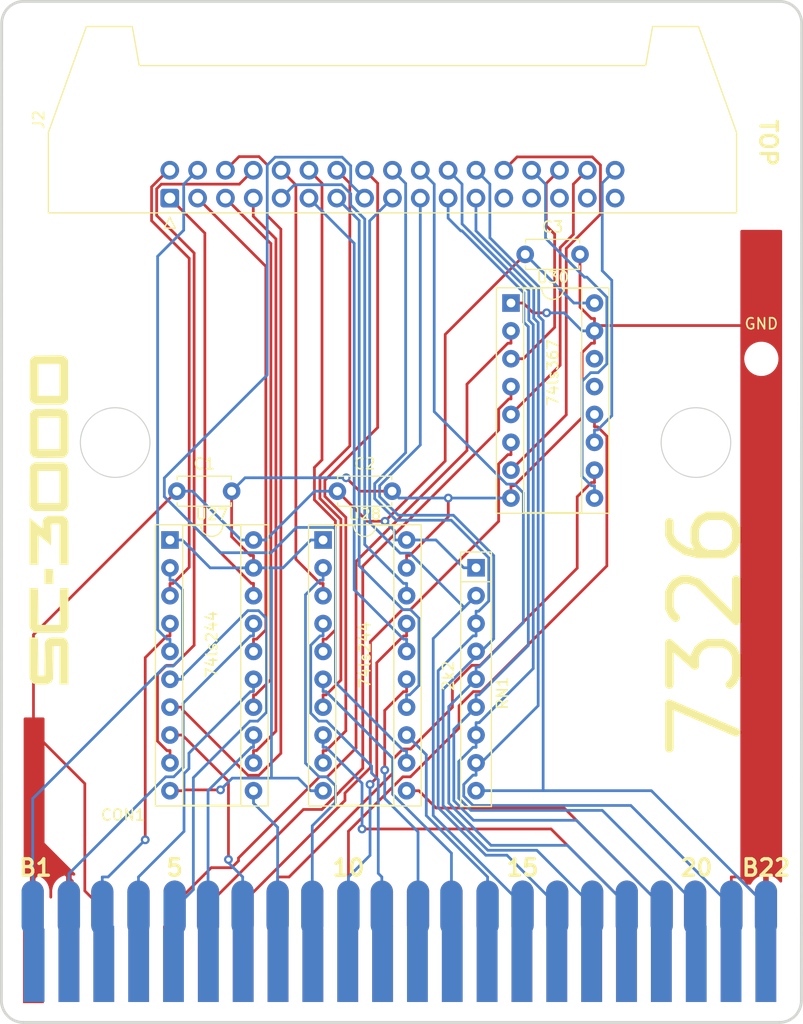
<source format=kicad_pcb>
(kicad_pcb (version 20211014) (generator pcbnew)
  (layers (0 "F.Cu" signal) (31 "B.Cu" signal) (34 "B.Paste" user) (35 "F.Paste" user) (36 "B.SilkS" user "B.Silkscreen") (37 "F.SilkS" user "F.Silkscreen") (38 "B.Mask" user) (39 "F.Mask" user) (44 "Edge.Cuts" user))
  (net 0 "")
  (net 1 "A0")
  (net 2 "A1")
  (net 3 "A2")
  (net 4 "A3")
  (net 5 "A4")
  (net 6 "A5")
  (net 7 "A6")
  (net 8 "A7")
  (net 9 "A8")
  (net 10 "A9")
  (net 11 "A10")
  (net 12 "A11")
  (net 13 "A12")
  (net 14 "A13")
  (net 15 "D0")
  (net 16 "D1")
  (net 17 "D2")
  (net 18 "D3")
  (net 19 "D4")
  (net 20 "D5")
  (net 21 "D6")
  (net 22 "D7")
  (net 23 "~{MEMR}")
  (net 24 "~{MEMW}")
  (net 25 "~{IOR}")
  (net 26 "~{IOW}")
  (net 27 "~{WREQ}")
  (net 28 "A14")
  (net 29 "A15")
  (net 30 "A8b")
  (net 31 "A9b")
  (net 32 "A10b")
  (net 33 "A11b")
  (net 34 "A12b")
  (net 35 "A0b")
  (net 36 "A1b")
  (net 37 "A2b")
  (net 38 "A3b")
  (net 39 "A4b")
  (net 40 "A5b")
  (net 41 "A6b")
  (net 42 "A13b")
  (net 43 "A14b")
  (net 44 "A15b")
  (net 45 "IORb")
  (net 46 "IOWb")
  (net 47 "MEMRb")
  (net 48 "MEMWb")
  (net 49 "WREQb")
  (net 55 "A7b")
  (net 56 "+5V")
  (net 59 "GND")
  (footprint "Capacitor_THT:C_Disc_D4.7mm_W2.5mm_P5.00mm" (layer "F.Cu") (at 87.63 75.565)
    (fp_text reference "C1")
    (fp_text value "C100nf")
  )
  (footprint "Package_DIP:DIP-20_W7.62mm_Socket" (layer "F.Cu") (at 100.975 80.015)
    (fp_text reference "U28")
    (fp_text value "74LS244")
  )
  (footprint "Capacitor_THT:C_Disc_D4.7mm_W2.5mm_P5.00mm" (layer "F.Cu") (at 102.275 75.565)
    (fp_text reference "C2")
    (fp_text value "C100nf")
  )
  (footprint "Connector_IDC:IDC-Header_2x17_P2.54mm_Latch_Horizontal" (layer "F.Cu") (at 86.985 48.8439 90)
    (fp_text reference "J2")
    (fp_text value "SF-7326 connector")
  )
  (footprint "Capacitor_THT:C_Disc_D4.7mm_W2.5mm_P5.00mm" (layer "F.Cu") (at 119.42 53.975)
    (fp_text reference "C3")
    (fp_text value "C100nf")
  )
  (footprint "MountingHole:MountingHole_2.1mm" (layer "F.Cu") (at 140.97 63.5)
    (fp_text reference "GND")
    (fp_text value "MountingHole_2.1mm")
  )
  (footprint "Package_DIP:DIP-16_W7.62mm_Socket" (layer "F.Cu") (at 118.12 58.41)
    (fp_text reference "U30")
    (fp_text value "74LS367")
  )
  (footprint "Resistor_THT:R_Array_SIP9" (layer "F.Cu") (at 114.935 82.55 -90)
    (fp_text reference "RN1")
    (fp_text value "2.2K")
  )
  (footprint "SF-7326:SC3000_EDGE" (layer "F.Cu") (at 106.2255 109.5358)
    (fp_text reference "CON1")
    (fp_text value "SC3000-Edge")
  )
  (footprint "Package_DIP:DIP-20_W7.62mm_Socket" (layer "F.Cu") (at 87.005 80.015)
    (fp_text reference "U27")
    (fp_text value "74LS244")
  )
  (gr_poly (pts (xy 74.1961 67.08198) (xy 74.28246 67.37053) (xy 74.38965 67.46755) (xy 74.44401 67.50972) (xy 74.51259 67.55239) (xy 74.58675 67.58998) (xy 74.65737 67.61894) (xy 74.8184 67.67279) (xy 74.99315 67.67279) (xy 74.99315 63.98775) (xy 76.93016 63.98775) (xy 76.93016 66.86913) (xy 74.99315 66.86913) (xy 74.99315 67.67279) (xy 77.08459 67.67279) (xy 77.45848 67.56052) (xy 77.70943 67.23083) (xy 77.70943 63.62606) (xy 77.45543 63.29281) (xy 77.04801 63.17902) (xy 74.68581 63.20797) (xy 74.54865 63.27909) (xy 74.48719 63.31669) (xy 74.42216 63.36799) (xy 74.3612 63.4254) (xy 74.31243 63.4828) (xy 74.21337 63.61641)) (layer "F.SilkS") (width 0) (fill solid))
  (gr_poly (pts (xy 74.18747 76.86149) (xy 74.35511 77.18559) (xy 74.62231 77.38117) (xy 74.99315 77.38117) (xy 74.99315 73.72002) (xy 76.93016 73.72002) (xy 76.93016 76.64914) (xy 74.99315 76.64914) (xy 74.99315 77.38117) (xy 77.301 77.38117) (xy 77.5677 77.18559) (xy 77.73331 76.86149) (xy 77.73127 73.50717) (xy 77.55144 73.11194) (xy 77.23699 72.94024) (xy 74.68581 72.94024) (xy 74.38 73.10737) (xy 74.21337 73.36086)) (layer "F.SilkS") (width 0) (fill solid))
  (gr_poly (pts (xy 74.19001 88.88128) (xy 74.19813 92.59374) (xy 74.23877 92.72989) (xy 74.26265 92.79135) (xy 74.29872 92.85892) (xy 74.34088 92.92394) (xy 74.38457 92.97779) (xy 74.49023 93.09006) (xy 74.82755 93.18404) (xy 75.77243 93.18201) (xy 76.16765 93.00268) (xy 76.33935 92.68823) (xy 76.3678 89.68849) (xy 76.93016 89.68849) (xy 76.93016 93.18454) (xy 77.73331 93.18454) (xy 77.73127 89.47564) (xy 77.55144 89.08041) (xy 77.23699 88.90871) (xy 76.05589 88.90922) (xy 75.75007 89.07584) (xy 75.58345 89.32933) (xy 75.555 92.3814) (xy 74.99417 92.3814) (xy 74.96928 88.90871)) (layer "F.SilkS") (width 0) (fill solid))
  (gr_poly (pts (xy 74.19001 87.96383) (xy 74.35511 88.28793) (xy 74.62231 88.48351) (xy 77.301 88.48351) (xy 77.5677 88.28793) (xy 77.73331 87.96383) (xy 77.73331 84.3931) (xy 76.95353 84.42053) (xy 76.92863 87.75149) (xy 74.99417 87.75149) (xy 74.96928 84.42053) (xy 74.19001 84.3931)) (layer "F.SilkS") (width 0) (fill solid))
  (gr_poly (pts (xy 74.1961 71.94811) (xy 74.285 72.24733) (xy 74.56847 72.48558) (xy 74.96928 72.54552) (xy 74.99315 72.54521) (xy 74.99315 68.85338) (xy 76.93016 68.85338) (xy 76.93016 71.73577) (xy 74.99315 71.73577) (xy 74.99315 72.54521) (xy 77.30151 72.51504) (xy 77.5677 72.31946) (xy 77.73331 71.99536) (xy 77.73127 68.64103) (xy 77.54687 68.23514) (xy 77.11609 68.04464) (xy 74.68581 68.07411) (xy 74.38 68.24124) (xy 74.21337 68.49473)) (layer "F.SilkS") (width 0) (fill solid))
  (gr_poly (pts (xy 75.56008 84.01921) (xy 76.36577 84.01921) (xy 76.33935 82.6725) (xy 75.56008 82.64507)) (layer "F.SilkS") (width 0) (fill solid))
  (gr_poly (pts (xy 74.19001 82.27118) (xy 74.99163 82.27118) (xy 75.01652 79.58488) (xy 76.15038 80.51604) (xy 76.17629 78.58615) (xy 76.93016 78.58615) (xy 76.93016 82.27118) (xy 77.73331 82.27118) (xy 77.73127 78.3733) (xy 77.55144 77.97807) (xy 77.23699 77.80637) (xy 75.86691 77.80637) (xy 75.5611 77.9735) (xy 75.40209 78.21582) (xy 75.35942 78.95851) (xy 74.62485 78.34942) (xy 74.39473 78.16248) (xy 74.26163 78.05834) (xy 74.19001 78.01363)) (layer "F.SilkS") (width 0) (fill solid))
  (gr_circle (center 135 71.1314) (end 138.175 71.1314) (layer "Edge.Cuts") (width 0.1) (fill none))
  (gr_line (start 73.65 30.9134) (end 142.65001 30.9134) (layer "Edge.Cuts") (width 0.254))
  (gr_arc (start 73.618 123.99439) (mid 72.203794 123.408606) (end 71.61801 121.9944) (layer "Edge.Cuts") (width 0.254))
  (gr_circle (center 82 71.1314) (end 85.175 71.1314) (layer "Edge.Cuts") (width 0.1) (fill none))
  (gr_line (start 142.61802 123.9944) (end 73.618 123.9944) (layer "Edge.Cuts") (width 0.254))
  (gr_arc (start 71.65 32.9134) (mid 72.235786 31.499186) (end 73.65 30.9134) (layer "Edge.Cuts") (width 0.254))
  (gr_line (start 144.61801 121.9944) (end 144.65001 32.9134) (layer "Edge.Cuts") (width 0.254))
  (gr_arc (start 142.65001 30.9134) (mid 144.064224 31.499186) (end 144.65001 32.9134) (layer "Edge.Cuts") (width 0.254))
  (gr_arc (start 144.61801 121.9944) (mid 144.032224 123.408614) (end 142.61801 123.9944) (layer "Edge.Cuts") (width 0.254))
  (gr_line (start 71.618 121.9944) (end 71.65 32.9134) (layer "Edge.Cuts") (width 0.254))
  (gr_text "74ls367" (at 121.93 64.76 90) (layer "F.SilkS") (effects (font (size 1 1))))
  (gr_text "74ls244" (at 90.805 89.535 90) (layer "F.SilkS") (effects (font (size 1 1))))
  (gr_text "2k2" (at 112.405 92.4036 90) (layer "F.SilkS") (effects (font (size 1 1))))
  (gr_text "7326" (at 135.89 88.265 90) (layer "F.SilkS") (effects (font (size 6.096 6.096) (thickness 0.762))))
  (gr_text "TOP" (at 141.605 43.815 270) (layer "F.SilkS") (effects (font (size 1.5 1.5) (thickness 0.3))))
  (gr_text "74ls244" (at 104.785 90.4986 90) (layer "F.SilkS") (effects (font (size 1 1))))
  (segment (start 87.005 82.555) (end 87.005 83.6803) (width 0.25) (layer "B.Cu") (net 1))
  (segment (start 87.005 83.6803) (end 87.2863 83.6803) (width 0.25) (layer "B.Cu") (net 1))
  (segment (start 88.1481 90.6362) (end 87.2775 91.5068) (width 0.25) (layer "B.Cu") (net 1))
  (segment (start 88.1481 84.5421) (end 88.1481 90.6362) (width 0.25) (layer "B.Cu") (net 1))
  (segment (start 74.4755 103.5986) (end 74.4755 113.5998) (width 0.25) (layer "B.Cu") (net 1))
  (segment (start 87.2863 83.6803) (end 88.1481 84.5421) (width 0.25) (layer "B.Cu") (net 1))
  (segment (start 86.5673 91.5068) (end 74.4755 103.5986) (width 0.25) (layer "B.Cu") (net 1))
  (segment (start 87.2775 91.5068) (end 86.5673 91.5068) (width 0.25) (layer "B.Cu") (net 1))
  (segment (start 94.625 88.7603) (end 94.3436 88.7603) (width 0.25) (layer "B.Cu") (net 2))
  (segment (start 77.7775 110.4397) (end 77.7775 113.5998) (width 0.25) (layer "B.Cu") (net 2))
  (segment (start 88.2034 94.9005) (end 88.2034 100.7496) (width 0.25) (layer "B.Cu") (net 2))
  (segment (start 88.2034 100.7496) (end 87.348 101.605) (width 0.25) (layer "B.Cu") (net 2))
  (segment (start 94.3436 88.7603) (end 88.2034 94.9005) (width 0.25) (layer "B.Cu") (net 2))
  (segment (start 86.6122 101.605) (end 77.7775 110.4397) (width 0.25) (layer "B.Cu") (net 2))
  (segment (start 94.625 87.635) (end 94.625 88.7603) (width 0.25) (layer "B.Cu") (net 2))
  (segment (start 87.348 101.605) (end 86.6122 101.605) (width 0.25) (layer "B.Cu") (net 2))
  (segment (start 87.005 87.635) (end 87.005 88.7603) (width 0.25) (layer "F.Cu") (net 3))
  (segment (start 87.005 88.7603) (end 86.7237 88.7603) (width 0.25) (layer "F.Cu") (net 3))
  (segment (start 84.7438 90.7402) (end 84.7438 107.3479) (width 0.25) (layer "F.Cu") (net 3))
  (segment (start 86.7237 88.7603) (end 84.7438 90.7402) (width 0.25) (layer "F.Cu") (net 3))
  (via (at 84.7438 107.3479) (size 0.8) (drill 0.4) (layers "F.Cu" "B.Cu") (net 3))
  (segment (start 80.8255 113.5998) (end 80.8255 110.7345) (width 0.25) (layer "B.Cu") (net 3))
  (segment (start 81.3572 110.7345) (end 84.7438 107.3479) (width 0.25) (layer "B.Cu") (net 3))
  (segment (start 80.8255 110.7345) (end 81.3572 110.7345) (width 0.25) (layer "B.Cu") (net 3))
  (segment (start 94.625 92.715) (end 94.625 93.8403) (width 0.25) (layer "B.Cu") (net 4))
  (segment (start 94.3437 93.8403) (end 94.625 93.8403) (width 0.25) (layer "B.Cu") (net 4))
  (segment (start 84.1275 113.5998) (end 84.1275 110.7345) (width 0.25) (layer "B.Cu") (net 4))
  (segment (start 88.7332 99.4508) (end 94.3437 93.8403) (width 0.25) (layer "B.Cu") (net 4))
  (segment (start 88.7332 100.8567) (end 88.7332 99.4508) (width 0.25) (layer "B.Cu") (net 4))
  (segment (start 88.283 106.579) (end 88.283 101.3069) (width 0.25) (layer "B.Cu") (net 4))
  (segment (start 84.1275 110.7345) (end 88.283 106.579) (width 0.25) (layer "B.Cu") (net 4))
  (segment (start 88.283 101.3069) (end 88.7332 100.8567) (width 0.25) (layer "B.Cu") (net 4))
  (segment (start 87.005 92.715) (end 88.1303 92.715) (width 0.25) (layer "B.Cu") (net 5))
  (segment (start 95.8091 95.7204) (end 95.0045 96.525) (width 0.25) (layer "B.Cu") (net 5))
  (segment (start 94.2963 96.525) (end 89.1361 101.6852) (width 0.25) (layer "B.Cu") (net 5))
  (segment (start 95.0955 86.4586) (end 95.8091 87.1722) (width 0.25) (layer "B.Cu") (net 5))
  (segment (start 95.0045 96.525) (end 94.2963 96.525) (width 0.25) (layer "B.Cu") (net 5))
  (segment (start 89.1361 101.6852) (end 89.1361 111.8932) (width 0.25) (layer "B.Cu") (net 5))
  (segment (start 88.1303 92.715) (end 88.1303 92.4337) (width 0.25) (layer "B.Cu") (net 5))
  (segment (start 94.1054 86.4586) (end 95.0955 86.4586) (width 0.25) (layer "B.Cu") (net 5))
  (segment (start 89.1361 111.8932) (end 87.4295 113.5998) (width 0.25) (layer "B.Cu") (net 5))
  (segment (start 88.1303 92.4337) (end 94.1054 86.4586) (width 0.25) (layer "B.Cu") (net 5))
  (segment (start 95.8091 87.1722) (end 95.8091 95.7204) (width 0.25) (layer "B.Cu") (net 5))
  (segment (start 90.4775 113.5998) (end 90.4775 110.7345) (width 0.25) (layer "B.Cu") (net 6))
  (segment (start 90.4775 102.8639) (end 94.4211 98.9203) (width 0.25) (layer "B.Cu") (net 6))
  (segment (start 94.625 97.795) (end 94.625 98.9203) (width 0.25) (layer "B.Cu") (net 6))
  (segment (start 90.4775 110.7345) (end 90.4775 102.8639) (width 0.25) (layer "B.Cu") (net 6))
  (segment (start 94.4211 98.9203) (end 94.625 98.9203) (width 0.25) (layer "B.Cu") (net 6))
  (segment (start 92.3383 102.003) (end 92.3383 109.1445) (width 0.25) (layer "F.Cu") (net 7))
  (segment (start 87.005 97.795) (end 88.1303 97.795) (width 0.25) (layer "F.Cu") (net 7))
  (segment (start 88.1303 97.795) (end 92.3383 102.003) (width 0.25) (layer "F.Cu") (net 7))
  (via (at 92.3383 109.1445) (size 0.8) (drill 0.4) (layers "F.Cu" "B.Cu") (net 7))
  (segment (start 92.3383 109.4363) (end 92.3383 109.1445) (width 0.25) (layer "B.Cu") (net 7))
  (segment (start 93.6365 110.7345) (end 92.3383 109.4363) (width 0.25) (layer "B.Cu") (net 7))
  (segment (start 93.6365 113.5998) (end 93.6365 110.7345) (width 0.25) (layer "B.Cu") (net 7))
  (segment (start 94.625 104.0003) (end 96.8275 106.2028) (width 0.25) (layer "B.Cu") (net 8))
  (segment (start 94.625 102.875) (end 94.625 104.0003) (width 0.25) (layer "B.Cu") (net 8))
  (segment (start 96.8275 113.5998) (end 96.8275 110.7345) (width 0.25) (layer "B.Cu") (net 8))
  (segment (start 96.8275 106.2028) (end 96.8275 110.7345) (width 0.25) (layer "B.Cu") (net 8))
  (segment (start 99.369 100.3605) (end 100.6135 101.605) (width 0.25) (layer "B.Cu") (net 9))
  (segment (start 100.6135 101.605) (end 101.2995 101.605) (width 0.25) (layer "B.Cu") (net 9))
  (segment (start 101.2995 101.605) (end 102.1058 102.4113) (width 0.25) (layer "B.Cu") (net 9))
  (segment (start 100.975 82.555) (end 100.975 83.6803) (width 0.25) (layer "B.Cu") (net 9))
  (segment (start 100.6937 83.6803) (end 99.369 85.005) (width 0.25) (layer "B.Cu") (net 9))
  (segment (start 99.369 85.005) (end 99.369 100.3605) (width 0.25) (layer "B.Cu") (net 9))
  (segment (start 102.1058 102.4113) (end 102.1058 103.9502) (width 0.25) (layer "B.Cu") (net 9))
  (segment (start 99.9865 106.0695) (end 99.9865 113.5998) (width 0.25) (layer "B.Cu") (net 9))
  (segment (start 102.1058 103.9502) (end 99.9865 106.0695) (width 0.25) (layer "B.Cu") (net 9))
  (segment (start 100.975 83.6803) (end 100.6937 83.6803) (width 0.25) (layer "B.Cu") (net 9))
  (segment (start 105.8724 91.2016) (end 105.8724 101.683) (width 0.25) (layer "F.Cu") (net 10))
  (segment (start 108.595 87.635) (end 108.595 88.7603) (width 0.25) (layer "F.Cu") (net 10))
  (segment (start 105.8724 101.683) (end 105.2595 102.2959) (width 0.25) (layer "F.Cu") (net 10))
  (segment (start 108.595 88.7603) (end 108.3137 88.7603) (width 0.25) (layer "F.Cu") (net 10))
  (segment (start 108.3137 88.7603) (end 105.8724 91.2016) (width 0.25) (layer "F.Cu") (net 10))
  (via (at 105.2595 102.2959) (size 0.8) (drill 0.4) (layers "F.Cu" "B.Cu") (net 10))
  (segment (start 103.2885 110.7345) (end 105.2595 108.7635) (width 0.25) (layer "B.Cu") (net 10))
  (segment (start 105.2595 108.7635) (end 105.2595 102.2959) (width 0.25) (layer "B.Cu") (net 10))
  (segment (start 103.2885 113.5998) (end 103.2885 110.7345) (width 0.25) (layer "B.Cu") (net 10))
  (segment (start 100.5745 96.525) (end 101.2996 96.525) (width 0.25) (layer "B.Cu") (net 11))
  (segment (start 100.6936 88.7603) (end 99.8497 89.6042) (width 0.25) (layer "B.Cu") (net 11))
  (segment (start 106.011 110.409) (end 106.3365 110.7345) (width 0.25) (layer "B.Cu") (net 11))
  (segment (start 99.8497 89.6042) (end 99.8497 95.8002) (width 0.25) (layer "B.Cu") (net 11))
  (segment (start 101.2996 96.525) (end 105.3973 100.6227) (width 0.25) (layer "B.Cu") (net 11))
  (segment (start 105.3973 101.2596) (end 106.011 101.8733) (width 0.25) (layer "B.Cu") (net 11))
  (segment (start 100.975 87.635) (end 100.975 88.7603) (width 0.25) (layer "B.Cu") (net 11))
  (segment (start 100.975 88.7603) (end 100.6936 88.7603) (width 0.25) (layer "B.Cu") (net 11))
  (segment (start 105.3973 100.6227) (end 105.3973 101.2596) (width 0.25) (layer "B.Cu") (net 11))
  (segment (start 99.8497 95.8002) (end 100.5745 96.525) (width 0.25) (layer "B.Cu") (net 11))
  (segment (start 106.011 101.8733) (end 106.011 110.409) (width 0.25) (layer "B.Cu") (net 11))
  (segment (start 106.3365 113.5998) (end 106.3365 110.7345) (width 0.25) (layer "B.Cu") (net 11))
  (segment (start 108.595 92.715) (end 108.595 93.8403) (width 0.25) (layer "F.Cu") (net 12))
  (segment (start 106.5977 100.9822) (end 106.5977 95.5563) (width 0.25) (layer "F.Cu") (net 12))
  (segment (start 106.5977 95.5563) (end 108.3137 93.8403) (width 0.25) (layer "F.Cu") (net 12))
  (segment (start 108.3137 93.8403) (end 108.595 93.8403) (width 0.25) (layer "F.Cu") (net 12))
  (via (at 106.5977 100.9822) (size 0.8) (drill 0.4) (layers "F.Cu" "B.Cu") (net 12))
  (segment (start 106.5977 103.5746) (end 106.5977 100.9822) (width 0.25) (layer "B.Cu") (net 12))
  (segment (start 109.6385 106.6154) (end 106.5977 103.5746) (width 0.25) (layer "B.Cu") (net 12))
  (segment (start 109.6385 113.5998) (end 109.6385 106.6154) (width 0.25) (layer "B.Cu") (net 12))
  (segment (start 100.975 92.715) (end 100.975 93.8403) (width 0.25) (layer "B.Cu") (net 13))
  (segment (start 112.6865 113.5998) (end 112.6865 108.5581) (width 0.25) (layer "B.Cu") (net 13))
  (segment (start 101.2563 93.8403) (end 100.975 93.8403) (width 0.25) (layer "B.Cu") (net 13))
  (segment (start 107.323 99.907) (end 101.2563 93.8403) (width 0.25) (layer "B.Cu") (net 13))
  (segment (start 112.6865 108.5581) (end 107.323 103.1946) (width 0.25) (layer "B.Cu") (net 13))
  (segment (start 107.323 103.1946) (end 107.323 99.907) (width 0.25) (layer "B.Cu") (net 13))
  (segment (start 110.392 99.592) (end 108.595 97.795) (width 0.25) (layer "B.Cu") (net 14))
  (segment (start 115.9885 110.7345) (end 110.392 105.138) (width 0.25) (layer "B.Cu") (net 14))
  (segment (start 110.392 105.138) (end 110.392 99.592) (width 0.25) (layer "B.Cu") (net 14))
  (segment (start 115.9885 113.5998) (end 115.9885 110.7345) (width 0.25) (layer "B.Cu") (net 14))
  (segment (start 108.8901 81.2111) (end 108.007 81.2111) (width 0.25) (layer "B.Cu") (net 15))
  (segment (start 111.0247 89.0003) (end 111.0247 105.1337) (width 0.25) (layer "B.Cu") (net 15))
  (segment (start 108.007 81.2111) (end 105.2267 78.4308) (width 0.25) (layer "B.Cu") (net 15))
  (segment (start 113.852 86.173) (end 111.0247 89.0003) (width 0.25) (layer "B.Cu") (net 15))
  (segment (start 119.1795 113.2885) (end 119.1795 113.5998) (width 0.25) (layer "B.Cu") (net 15))
  (segment (start 105.2267 50.9222) (end 107.305 48.8439) (width 0.25) (layer "B.Cu") (net 15))
  (segment (start 113.852 86.173) (end 114.935 85.09) (width 0.25) (layer "B.Cu") (net 15))
  (segment (start 105.2267 78.4308) (end 105.2267 50.9222) (width 0.25) (layer "B.Cu") (net 15))
  (segment (start 113.852 86.173) (end 108.8901 81.2111) (width 0.25) (layer "B.Cu") (net 15))
  (segment (start 111.0247 105.1337) (end 119.1795 113.2885) (width 0.25) (layer "B.Cu") (net 15))
  (segment (start 108.5097 72.0525) (end 108.5097 47.5086) (width 0.25) (layer "B.Cu") (net 16))
  (segment (start 114.6537 88.7553) (end 111.4751 91.9339) (width 0.25) (layer "B.Cu") (net 16))
  (segment (start 114.935 88.7553) (end 114.6537 88.7553) (width 0.25) (layer "B.Cu") (net 16))
  (segment (start 117.7519 108.7509) (end 122.3385 113.3375) (width 0.25) (layer "B.Cu") (net 16))
  (segment (start 116.0923 85.5823) (end 116.0923 81.6336) (width 0.25) (layer "B.Cu") (net 16))
  (segment (start 116.0923 81.6336) (end 112.6683 78.2096) (width 0.25) (layer "B.Cu") (net 16))
  (segment (start 114.935 87.63) (end 114.935 86.5047) (width 0.25) (layer "B.Cu") (net 16))
  (segment (start 115.1699 86.5047) (end 116.0923 85.5823) (width 0.25) (layer "B.Cu") (net 16))
  (segment (start 111.4751 104.4062) (end 115.8198 108.7509) (width 0.25) (layer "B.Cu") (net 16))
  (segment (start 115.8198 108.7509) (end 117.7519 108.7509) (width 0.25) (layer "B.Cu") (net 16))
  (segment (start 112.6683 78.2096) (end 107.6457 78.2096) (width 0.25) (layer "B.Cu") (net 16))
  (segment (start 108.5097 47.5086) (end 107.305 46.3039) (width 0.25) (layer "B.Cu") (net 16))
  (segment (start 114.935 86.5047) (end 115.1699 86.5047) (width 0.25) (layer "B.Cu") (net 16))
  (segment (start 105.6849 76.2488) (end 105.6849 74.8773) (width 0.25) (layer "B.Cu") (net 16))
  (segment (start 105.6849 74.8773) (end 108.5097 72.0525) (width 0.25) (layer "B.Cu") (net 16))
  (segment (start 122.3385 113.3375) (end 122.3385 113.5998) (width 0.25) (layer "B.Cu") (net 16))
  (segment (start 111.4751 91.9339) (end 111.4751 104.4062) (width 0.25) (layer "B.Cu") (net 16))
  (segment (start 114.935 87.63) (end 114.935 88.7553) (width 0.25) (layer "B.Cu") (net 16))
  (segment (start 107.6457 78.2096) (end 105.6849 76.2488) (width 0.25) (layer "B.Cu") (net 16))
  (segment (start 114.935 90.6282) (end 116.5434 89.0198) (width 0.25) (layer "B.Cu") (net 17))
  (segment (start 106.1352 75.064) (end 109.845 71.3542) (width 0.25) (layer "B.Cu") (net 17))
  (segment (start 125.5295 113.3514) (end 120.4786 108.3005) (width 0.25) (layer "B.Cu") (net 17))
  (segment (start 111.9255 104.2197) (end 111.9255 93.6377) (width 0.25) (layer "B.Cu") (net 17))
  (segment (start 109.845 71.3542) (end 109.845 48.8439) (width 0.25) (layer "B.Cu") (net 17))
  (segment (start 112.8698 77.7587) (end 107.8317 77.7587) (width 0.25) (layer "B.Cu") (net 17))
  (segment (start 116.5434 89.0198) (end 116.5434 81.4323) (width 0.25) (layer "B.Cu") (net 17))
  (segment (start 120.4786 108.3005) (end 116.0063 108.3005) (width 0.25) (layer "B.Cu") (net 17))
  (segment (start 106.1352 76.0622) (end 106.1352 75.064) (width 0.25) (layer "B.Cu") (net 17))
  (segment (start 116.0063 108.3005) (end 111.9255 104.2197) (width 0.25) (layer "B.Cu") (net 17))
  (segment (start 114.935 90.17) (end 114.935 90.6282) (width 0.25) (layer "B.Cu") (net 17))
  (segment (start 107.8317 77.7587) (end 106.1352 76.0622) (width 0.25) (layer "B.Cu") (net 17))
  (segment (start 116.5434 81.4323) (end 112.8698 77.7587) (width 0.25) (layer "B.Cu") (net 17))
  (segment (start 125.5295 113.5998) (end 125.5295 113.3514) (width 0.25) (layer "B.Cu") (net 17))
  (segment (start 111.9255 93.6377) (end 114.935 90.6282) (width 0.25) (layer "B.Cu") (net 17))
  (segment (start 109.845 46.3039) (end 111.115 47.5739) (width 0.25) (layer "B.Cu") (net 18))
  (segment (start 115.2163 91.5847) (end 114.935 91.5847) (width 0.25) (layer "B.Cu") (net 18))
  (segment (start 128.6885 113.5998) (end 128.6885 113.2701) (width 0.25) (layer "B.Cu") (net 18))
  (segment (start 119.2504 87.5506) (end 115.2163 91.5847) (width 0.25) (layer "B.Cu") (net 18))
  (segment (start 112.4452 103.9991) (end 112.4452 95.1998) (width 0.25) (layer "B.Cu") (net 18))
  (segment (start 112.4452 95.1998) (end 114.935 92.71) (width 0.25) (layer "B.Cu") (net 18))
  (segment (start 114.935 92.71) (end 114.935 91.5847) (width 0.25) (layer "B.Cu") (net 18))
  (segment (start 128.6885 113.2701) (end 123.2685 107.8501) (width 0.25) (layer "B.Cu") (net 18))
  (segment (start 111.115 68.3121) (end 117.7229 74.92) (width 0.25) (layer "B.Cu") (net 18))
  (segment (start 123.2685 107.8501) (end 116.2962 107.8501) (width 0.25) (layer "B.Cu") (net 18))
  (segment (start 118.4514 74.92) (end 119.2504 75.719) (width 0.25) (layer "B.Cu") (net 18))
  (segment (start 116.2962 107.8501) (end 112.4452 103.9991) (width 0.25) (layer "B.Cu") (net 18))
  (segment (start 111.115 47.5739) (end 111.115 68.3121) (width 0.25) (layer "B.Cu") (net 18))
  (segment (start 117.7229 74.92) (end 118.4514 74.92) (width 0.25) (layer "B.Cu") (net 18))
  (segment (start 119.2504 75.719) (end 119.2504 87.5506) (width 0.25) (layer "B.Cu") (net 18))
  (segment (start 119.2977 57.4751) (end 119.2977 60.1679) (width 0.25) (layer "B.Cu") (net 19))
  (segment (start 113.655 51.8324) (end 119.2977 57.4751) (width 0.25) (layer "B.Cu") (net 19))
  (segment (start 114.7014 105.5665) (end 112.904 103.7691) (width 0.25) (layer "B.Cu") (net 19))
  (segment (start 124.0961 105.5665) (end 114.7014 105.5665) (width 0.25) (layer "B.Cu") (net 19))
  (segment (start 119.7007 89.6403) (end 115.2163 94.1247) (width 0.25) (layer "B.Cu") (net 19))
  (segment (start 112.385 50.675) (end 113.5424 51.8324) (width 0.25) (layer "B.Cu") (net 19))
  (segment (start 119.2977 60.1679) (end 119.7007 60.5709) (width 0.25) (layer "B.Cu") (net 19))
  (segment (start 119.7007 60.5709) (end 119.7007 89.6403) (width 0.25) (layer "B.Cu") (net 19))
  (segment (start 131.8795 113.3499) (end 124.0961 105.5665) (width 0.25) (layer "B.Cu") (net 19))
  (segment (start 112.385 48.8439) (end 112.385 50.675) (width 0.25) (layer "B.Cu") (net 19))
  (segment (start 112.904 103.7691) (end 112.904 97.281) (width 0.25) (layer "B.Cu") (net 19))
  (segment (start 131.8795 113.5998) (end 131.8795 113.3499) (width 0.25) (layer "B.Cu") (net 19))
  (segment (start 114.935 95.25) (end 114.935 94.1247) (width 0.25) (layer "B.Cu") (net 19))
  (segment (start 113.5424 51.8324) (end 113.655 51.8324) (width 0.25) (layer "B.Cu") (net 19))
  (segment (start 115.2163 94.1247) (end 114.935 94.1247) (width 0.25) (layer "B.Cu") (net 19))
  (segment (start 112.904 97.281) (end 114.935 95.25) (width 0.25) (layer "B.Cu") (net 19))
  (segment (start 113.6551 51.1956) (end 119.748 57.2885) (width 0.25) (layer "B.Cu") (net 20))
  (segment (start 113.655 51.1956) (end 113.6551 51.1956) (width 0.25) (layer "B.Cu") (net 20))
  (segment (start 113.3568 100.2122) (end 114.6537 98.9153) (width 0.25) (layer "B.Cu") (net 20))
  (segment (start 134.9275 113.1374) (end 126.456 104.6659) (width 0.25) (layer "B.Cu") (net 20))
  (segment (start 114.935 98.3526) (end 114.935 98.9153) (width 0.25) (layer "B.Cu") (net 20))
  (segment (start 120.151 60.3843) (end 120.151 91.73) (width 0.25) (layer "B.Cu") (net 20))
  (segment (start 119.748 59.9813) (end 120.151 60.3843) (width 0.25) (layer "B.Cu") (net 20))
  (segment (start 114.6537 98.9153) (end 114.935 98.9153) (width 0.25) (layer "B.Cu") (net 20))
  (segment (start 126.456 104.6659) (end 114.4657 104.6659) (width 0.25) (layer "B.Cu") (net 20))
  (segment (start 113.3568 103.557) (end 113.3568 100.2122) (width 0.25) (layer "B.Cu") (net 20))
  (segment (start 113.655 47.5739) (end 113.655 51.1956) (width 0.25) (layer "B.Cu") (net 20))
  (segment (start 119.748 57.2885) (end 119.748 59.9813) (width 0.25) (layer "B.Cu") (net 20))
  (segment (start 120.151 91.73) (end 115.2163 96.6647) (width 0.25) (layer "B.Cu") (net 20))
  (segment (start 115.2163 96.6647) (end 114.935 96.6647) (width 0.25) (layer "B.Cu") (net 20))
  (segment (start 112.385 46.3039) (end 113.655 47.5739) (width 0.25) (layer "B.Cu") (net 20))
  (segment (start 114.4657 104.6659) (end 113.3568 103.557) (width 0.25) (layer "B.Cu") (net 20))
  (segment (start 134.9275 113.5998) (end 134.9275 113.1374) (width 0.25) (layer "B.Cu") (net 20))
  (segment (start 114.935 98.3526) (end 114.935 97.79) (width 0.25) (layer "B.Cu") (net 20))
  (segment (start 114.935 97.79) (end 114.935 96.6647) (width 0.25) (layer "B.Cu") (net 20))
  (segment (start 114.6536 101.4553) (end 114.935 101.4553) (width 0.25) (layer "B.Cu") (net 21))
  (segment (start 138.2295 113.5998) (end 138.2295 113.3895) (width 0.25) (layer "B.Cu") (net 21))
  (segment (start 114.925 48.8439) (end 114.925 51.8286) (width 0.25) (layer "B.Cu") (net 21))
  (segment (start 120.6013 60.1977) (end 120.6013 95.1219) (width 0.25) (layer "B.Cu") (net 21))
  (segment (start 114.935 100.8926) (end 114.935 100.7882) (width 0.25) (layer "B.Cu") (net 21))
  (segment (start 138.2295 113.3895) (end 129.0556 104.2156) (width 0.25) (layer "B.Cu") (net 21))
  (segment (start 114.6568 104.2156) (end 113.8097 103.3685) (width 0.25) (layer "B.Cu") (net 21))
  (segment (start 113.8097 102.2992) (end 114.6536 101.4553) (width 0.25) (layer "B.Cu") (net 21))
  (segment (start 113.8097 103.3685) (end 113.8097 102.2992) (width 0.25) (layer "B.Cu") (net 21))
  (segment (start 114.935 100.8926) (end 114.935 101.4553) (width 0.25) (layer "B.Cu") (net 21))
  (segment (start 114.925 51.8286) (end 120.1983 57.1019) (width 0.25) (layer "B.Cu") (net 21))
  (segment (start 120.1983 57.1019) (end 120.1983 59.7947) (width 0.25) (layer "B.Cu") (net 21))
  (segment (start 129.0556 104.2156) (end 114.6568 104.2156) (width 0.25) (layer "B.Cu") (net 21))
  (segment (start 120.1983 59.7947) (end 120.6013 60.1977) (width 0.25) (layer "B.Cu") (net 21))
  (segment (start 114.935 100.33) (end 114.935 100.7882) (width 0.25) (layer "B.Cu") (net 21))
  (segment (start 120.6013 95.1219) (end 114.935 100.7882) (width 0.25) (layer "B.Cu") (net 21))
  (segment (start 121.0567 102.87) (end 114.935 102.87) (width 0.25) (layer "B.Cu") (net 22))
  (segment (start 141.3885 113.327) (end 130.9315 102.87) (width 0.25) (layer "B.Cu") (net 22))
  (segment (start 120.6486 59.6081) (end 120.6486 56.9153) (width 0.25) (layer "B.Cu") (net 22))
  (segment (start 121.0567 102.87) (end 121.0567 60.0162) (width 0.25) (layer "B.Cu") (net 22))
  (segment (start 121.0567 60.0162) (end 120.6486 59.6081) (width 0.25) (layer "B.Cu") (net 22))
  (segment (start 120.6486 56.9153) (end 116.195 52.4617) (width 0.25) (layer "B.Cu") (net 22))
  (segment (start 130.9315 102.87) (end 121.0567 102.87) (width 0.25) (layer "B.Cu") (net 22))
  (segment (start 141.3885 113.5998) (end 141.3885 113.327) (width 0.25) (layer "B.Cu") (net 22))
  (segment (start 116.195 47.5739) (end 114.925 46.3039) (width 0.25) (layer "B.Cu") (net 22))
  (segment (start 116.195 52.4617) (end 116.195 47.5739) (width 0.25) (layer "B.Cu") (net 22))
  (segment (start 93.2536 109.267) (end 92.6317 109.8889) (width 0.25) (layer "F.Cu") (net 23))
  (segment (start 118.12 60.95) (end 118.12 62.0753) (width 0.25) (layer "F.Cu") (net 23))
  (segment (start 117.8387 62.0753) (end 114.1055 65.8085) (width 0.25) (layer "F.Cu") (net 23))
  (segment (start 101.3575 101.605) (end 100.6503 101.605) (width 0.25) (layer "F.Cu") (net 23))
  (segment (start 93.2536 109.0017) (end 93.2536 109.267) (width 0.25) (layer "F.Cu") (net 23))
  (segment (start 103.9828 98.9797) (end 101.3575 101.605) (width 0.25) (layer "F.Cu") (net 23))
  (segment (start 103.9828 81.9753) (end 103.9828 98.9797) (width 0.25) (layer "F.Cu") (net 23))
  (segment (start 92.6317 109.8889) (end 90.7646 109.8889) (width 0.25) (layer "F.Cu") (net 23))
  (segment (start 100.6503 101.605) (end 93.2536 109.0017) (width 0.25) (layer "F.Cu") (net 23))
  (segment (start 114.1055 65.8085) (end 114.1055 71.8526) (width 0.25) (layer "F.Cu") (net 23))
  (segment (start 87.4295 113.224) (end 87.4295 113.5998) (width 0.25) (layer "F.Cu") (net 23))
  (segment (start 90.7646 109.8889) (end 87.4295 113.224) (width 0.25) (layer "F.Cu") (net 23))
  (segment (start 114.1055 71.8526) (end 103.9828 81.9753) (width 0.25) (layer "F.Cu") (net 23))
  (segment (start 118.12 62.0753) (end 117.8387 62.0753) (width 0.25) (layer "F.Cu") (net 23))
  (segment (start 104.5969 100.8223) (end 104.5969 82.3937) (width 0.25) (layer "F.Cu") (net 24))
  (segment (start 116.9947 68.0878) (end 117.9272 67.1553) (width 0.25) (layer "F.Cu") (net 24))
  (segment (start 116.9947 69.9959) (end 116.9947 68.0878) (width 0.25) (layer "F.Cu") (net 24))
  (segment (start 90.4775 113.2829) (end 99.1804 104.58) (width 0.25) (layer "F.Cu") (net 24))
  (segment (start 102.521 102.8982) (end 104.5969 100.8223) (width 0.25) (layer "F.Cu") (net 24))
  (segment (start 100.8691 104.58) (end 102.521 102.9281) (width 0.25) (layer "F.Cu") (net 24))
  (segment (start 102.521 102.9281) (end 102.521 102.8982) (width 0.25) (layer "F.Cu") (net 24))
  (segment (start 118.12 66.03) (end 118.12 67.1553) (width 0.25) (layer "F.Cu") (net 24))
  (segment (start 90.4775 113.5998) (end 90.4775 113.2829) (width 0.25) (layer "F.Cu") (net 24))
  (segment (start 104.5969 82.3937) (end 116.9947 69.9959) (width 0.25) (layer "F.Cu") (net 24))
  (segment (start 117.9272 67.1553) (end 118.12 67.1553) (width 0.25) (layer "F.Cu") (net 24))
  (segment (start 99.1804 104.58) (end 100.8691 104.58) (width 0.25) (layer "F.Cu") (net 24))
  (segment (start 105.293 100.7631) (end 102.9713 103.0848) (width 0.25) (layer "F.Cu") (net 25))
  (segment (start 116.9947 78.311) (end 108.9407 86.365) (width 0.25) (layer "F.Cu") (net 25))
  (segment (start 93.6365 113.0943) (end 93.6365 113.5998) (width 0.25) (layer "F.Cu") (net 25))
  (segment (start 108.2084 86.365) (end 105.293 89.2804) (width 0.25) (layer "F.Cu") (net 25))
  (segment (start 118.12 72.2353) (end 117.8386 72.2353) (width 0.25) (layer "F.Cu") (net 25))
  (segment (start 102.9713 103.7595) (end 93.6365 113.0943) (width 0.25) (layer "F.Cu") (net 25))
  (segment (start 105.293 89.2804) (end 105.293 100.7631) (width 0.25) (layer "F.Cu") (net 25))
  (segment (start 118.12 71.11) (end 118.12 72.2353) (width 0.25) (layer "F.Cu") (net 25))
  (segment (start 102.9713 103.0848) (end 102.9713 103.7595) (width 0.25) (layer "F.Cu") (net 25))
  (segment (start 116.9947 73.0792) (end 116.9947 78.311) (width 0.25) (layer "F.Cu") (net 25))
  (segment (start 108.9407 86.365) (end 108.2084 86.365) (width 0.25) (layer "F.Cu") (net 25))
  (segment (start 117.8386 72.2353) (end 116.9947 73.0792) (width 0.25) (layer "F.Cu") (net 25))
  (segment (start 125.74 74.7753) (end 125.4586 74.7753) (width 0.25) (layer "F.Cu") (net 26))
  (segment (start 112.7754 95.2644) (end 108.9748 99.065) (width 0.25) (layer "F.Cu") (net 26))
  (segment (start 115.3043 91.44) (end 114.5483 91.44) (width 0.25) (layer "F.Cu") (net 26))
  (segment (start 124.1644 76.0695) (end 124.1644 82.5799) (width 0.25) (layer "F.Cu") (net 26))
  (segment (start 97.8712 110.7345) (end 96.8275 110.7345) (width 0.25) (layer "F.Cu") (net 26))
  (segment (start 108.2706 99.065) (end 107.323 100.0126) (width 0.25) (layer "F.Cu") (net 26))
  (segment (start 96.8275 113.5998) (end 96.8275 110.7345) (width 0.25) (layer "F.Cu") (net 26))
  (segment (start 108.9748 99.065) (end 108.2706 99.065) (width 0.25) (layer "F.Cu") (net 26))
  (segment (start 124.1644 82.5799) (end 115.3043 91.44) (width 0.25) (layer "F.Cu") (net 26))
  (segment (start 107.323 101.2827) (end 97.8712 110.7345) (width 0.25) (layer "F.Cu") (net 26))
  (segment (start 125.74 73.65) (end 125.74 74.7753) (width 0.25) (layer "F.Cu") (net 26))
  (segment (start 112.7754 93.2129) (end 112.7754 95.2644) (width 0.25) (layer "F.Cu") (net 26))
  (segment (start 125.4586 74.7753) (end 124.1644 76.0695) (width 0.25) (layer "F.Cu") (net 26))
  (segment (start 107.323 100.0126) (end 107.323 101.2827) (width 0.25) (layer "F.Cu") (net 26))
  (segment (start 114.5483 91.44) (end 112.7754 93.2129) (width 0.25) (layer "F.Cu") (net 26))
  (segment (start 113.385 95.1322) (end 113.385 97.167) (width 0.25) (layer "F.Cu") (net 27))
  (segment (start 126.8706 82.3749) (end 115.4101 93.8354) (width 0.25) (layer "F.Cu") (net 27))
  (segment (start 125.74 68.57) (end 125.74 69.6953) (width 0.25) (layer "F.Cu") (net 27))
  (segment (start 113.385 97.167) (end 108.947 101.605) (width 0.25) (layer "F.Cu") (net 27))
  (segment (start 108.947 101.605) (end 108.2514 101.605) (width 0.25) (layer "F.Cu") (net 27))
  (segment (start 126.0213 69.6953) (end 126.8706 70.5446) (width 0.25) (layer "F.Cu") (net 27))
  (segment (start 114.6818 93.8354) (end 113.385 95.1322) (width 0.25) (layer "F.Cu") (net 27))
  (segment (start 126.8706 70.5446) (end 126.8706 82.3749) (width 0.25) (layer "F.Cu") (net 27))
  (segment (start 125.74 69.6953) (end 126.0213 69.6953) (width 0.25) (layer "F.Cu") (net 27))
  (segment (start 108.2514 101.605) (end 103.2885 106.5679) (width 0.25) (layer "F.Cu") (net 27))
  (segment (start 115.4101 93.8354) (end 114.6818 93.8354) (width 0.25) (layer "F.Cu") (net 27))
  (segment (start 103.2885 106.5679) (end 103.2885 113.5998) (width 0.25) (layer "F.Cu") (net 27))
  (segment (start 128.6885 113.2703) (end 121.777 106.3588) (width 0.25) (layer "F.Cu") (net 28))
  (segment (start 128.6885 113.5998) (end 128.6885 113.2703) (width 0.25) (layer "F.Cu") (net 28))
  (segment (start 121.777 106.3588) (end 104.5291 106.3588) (width 0.25) (layer "F.Cu") (net 28))
  (via (at 104.5291 106.3588) (size 0.8) (drill 0.4) (layers "F.Cu" "B.Cu") (net 28))
  (segment (start 100.975 97.795) (end 100.975 98.9203) (width 0.25) (layer "B.Cu") (net 28))
  (segment (start 101.2563 98.9203) (end 104.5291 102.1931) (width 0.25) (layer "B.Cu") (net 28))
  (segment (start 104.5291 102.1931) (end 104.5291 106.3588) (width 0.25) (layer "B.Cu") (net 28))
  (segment (start 100.975 98.9203) (end 101.2563 98.9203) (width 0.25) (layer "B.Cu") (net 28))
  (segment (start 122.9783 104.4506) (end 131.8795 113.3518) (width 0.25) (layer "F.Cu") (net 29))
  (segment (start 131.8795 113.3518) (end 131.8795 113.5998) (width 0.25) (layer "F.Cu") (net 29))
  (segment (start 108.595 102.875) (end 109.7203 102.875) (width 0.25) (layer "F.Cu") (net 29))
  (segment (start 111.2959 104.4506) (end 122.9783 104.4506) (width 0.25) (layer "F.Cu") (net 29))
  (segment (start 109.7203 102.875) (end 111.2959 104.4506) (width 0.25) (layer "F.Cu") (net 29))
  (segment (start 108.595 85.095) (end 108.595 83.9697) (width 0.25) (layer "B.Cu") (net 30))
  (segment (start 98.3603 47.6286) (end 102.6761 47.6286) (width 0.25) (layer "B.Cu") (net 30))
  (segment (start 108.3137 83.9697) (end 108.595 83.9697) (width 0.25) (layer "B.Cu") (net 30))
  (segment (start 97.145 48.8439) (end 98.3603 47.6286) (width 0.25) (layer "B.Cu") (net 30))
  (segment (start 104.7742 50.7562) (end 104.7742 80.4302) (width 0.25) (layer "B.Cu") (net 30))
  (segment (start 103.495 48.4475) (end 103.495 49.477) (width 0.25) (layer "B.Cu") (net 30))
  (segment (start 103.495 49.477) (end 104.7742 50.7562) (width 0.25) (layer "B.Cu") (net 30))
  (segment (start 102.6761 47.6286) (end 103.495 48.4475) (width 0.25) (layer "B.Cu") (net 30))
  (segment (start 104.7742 80.4302) (end 108.3137 83.9697) (width 0.25) (layer "B.Cu") (net 30))
  (segment (start 100.6937 83.9697) (end 100.975 83.9697) (width 0.25) (layer "F.Cu") (net 31))
  (segment (start 100.975 85.095) (end 100.975 83.9697) (width 0.25) (layer "F.Cu") (net 31))
  (segment (start 98.4931 47.652) (end 98.4931 81.7691) (width 0.25) (layer "F.Cu") (net 31))
  (segment (start 98.4931 81.7691) (end 100.6937 83.9697) (width 0.25) (layer "F.Cu") (net 31))
  (segment (start 97.145 46.3039) (end 98.4931 47.652) (width 0.25) (layer "F.Cu") (net 31))
  (segment (start 103.8104 52.9693) (end 103.8104 84.5464) (width 0.25) (layer "B.Cu") (net 32))
  (segment (start 103.8104 84.5464) (end 108.3137 89.0497) (width 0.25) (layer "B.Cu") (net 32))
  (segment (start 108.595 90.175) (end 108.595 89.0497) (width 0.25) (layer "B.Cu") (net 32))
  (segment (start 108.3137 89.0497) (end 108.595 89.0497) (width 0.25) (layer "B.Cu") (net 32))
  (segment (start 99.685 48.8439) (end 103.8104 52.9693) (width 0.25) (layer "B.Cu") (net 32))
  (segment (start 100.8747 47.4936) (end 100.8747 72.7082) (width 0.25) (layer "F.Cu") (net 33))
  (segment (start 100.975 90.175) (end 100.975 89.0497) (width 0.25) (layer "F.Cu") (net 33))
  (segment (start 100.8747 72.7082) (end 100.1837 73.3992) (width 0.25) (layer "F.Cu") (net 33))
  (segment (start 100.1837 76.3586) (end 102.1003 78.2752) (width 0.25) (layer "F.Cu") (net 33))
  (segment (start 102.1003 78.2752) (end 102.1003 88.2058) (width 0.25) (layer "F.Cu") (net 33))
  (segment (start 101.2564 89.0497) (end 100.975 89.0497) (width 0.25) (layer "F.Cu") (net 33))
  (segment (start 99.685 46.3039) (end 100.8747 47.4936) (width 0.25) (layer "F.Cu") (net 33))
  (segment (start 100.1837 73.3992) (end 100.1837 76.3586) (width 0.25) (layer "F.Cu") (net 33))
  (segment (start 102.1003 88.2058) (end 101.2564 89.0497) (width 0.25) (layer "F.Cu") (net 33))
  (segment (start 109.7203 93.2858) (end 108.8764 94.1297) (width 0.25) (layer "B.Cu") (net 34))
  (segment (start 109.7203 87.1385) (end 109.7203 93.2858) (width 0.25) (layer "B.Cu") (net 34))
  (segment (start 104.2693 50.8882) (end 104.2693 82.3641) (width 0.25) (layer "B.Cu") (net 34))
  (segment (start 108.8764 94.1297) (end 108.595 94.1297) (width 0.25) (layer "B.Cu") (net 34))
  (segment (start 108.595 95.255) (end 108.595 94.1297) (width 0.25) (layer "B.Cu") (net 34))
  (segment (start 108.9468 86.365) (end 109.7203 87.1385) (width 0.25) (layer "B.Cu") (net 34))
  (segment (start 102.225 48.8439) (end 104.2693 50.8882) (width 0.25) (layer "B.Cu") (net 34))
  (segment (start 104.2693 82.3641) (end 108.2702 86.365) (width 0.25) (layer "B.Cu") (net 34))
  (segment (start 108.2702 86.365) (end 108.9468 86.365) (width 0.25) (layer "B.Cu") (net 34))
  (segment (start 90.1863 79.7363) (end 90.1863 52.0452) (width 0.25) (layer "F.Cu") (net 35))
  (segment (start 94.625 83.9697) (end 94.4197 83.9697) (width 0.25) (layer "F.Cu") (net 35))
  (segment (start 94.625 85.095) (end 94.625 83.9697) (width 0.25) (layer "F.Cu") (net 35))
  (segment (start 90.1863 52.0452) (end 86.985 48.8439) (width 0.25) (layer "F.Cu") (net 35))
  (segment (start 94.4197 83.9697) (end 90.1863 79.7363) (width 0.25) (layer "F.Cu") (net 35))
  (segment (start 87.005 85.095) (end 87.005 83.9697) (width 0.25) (layer "F.Cu") (net 36))
  (segment (start 88.7558 54.3386) (end 85.3254 50.9082) (width 0.25) (layer "F.Cu") (net 36))
  (segment (start 85.3254 47.8243) (end 86.8458 46.3039) (width 0.25) (layer "F.Cu") (net 36))
  (segment (start 86.8458 46.3039) (end 86.985 46.3039) (width 0.25) (layer "F.Cu") (net 36))
  (segment (start 88.7558 82.5002) (end 88.7558 54.3386) (width 0.25) (layer "F.Cu") (net 36))
  (segment (start 87.2863 83.9697) (end 88.7558 82.5002) (width 0.25) (layer "F.Cu") (net 36))
  (segment (start 87.005 83.9697) (end 87.2863 83.9697) (width 0.25) (layer "F.Cu") (net 36))
  (segment (start 85.3254 50.9082) (end 85.3254 47.8243) (width 0.25) (layer "F.Cu") (net 36))
  (segment (start 94.625 90.175) (end 94.625 89.0497) (width 0.25) (layer "F.Cu") (net 37))
  (segment (start 95.7504 55.0693) (end 95.7504 88.2056) (width 0.25) (layer "F.Cu") (net 37))
  (segment (start 95.7504 88.2056) (end 94.9063 89.0497) (width 0.25) (layer "F.Cu") (net 37))
  (segment (start 89.525 48.8439) (end 95.7504 55.0693) (width 0.25) (layer "F.Cu") (net 37))
  (segment (start 94.9063 89.0497) (end 94.625 89.0497) (width 0.25) (layer "F.Cu") (net 37))
  (segment (start 85.8765 88.2025) (end 85.8765 54.1515) (width 0.25) (layer "B.Cu") (net 38))
  (segment (start 88.2555 51.7725) (end 88.2555 47.5734) (width 0.25) (layer "B.Cu") (net 38))
  (segment (start 88.2555 47.5734) (end 89.525 46.3039) (width 0.25) (layer "B.Cu") (net 38))
  (segment (start 85.8765 54.1515) (end 88.2555 51.7725) (width 0.25) (layer "B.Cu") (net 38))
  (segment (start 87.005 89.0497) (end 86.7237 89.0497) (width 0.25) (layer "B.Cu") (net 38))
  (segment (start 86.7237 89.0497) (end 85.8765 88.2025) (width 0.25) (layer "B.Cu") (net 38))
  (segment (start 87.005 90.175) (end 87.005 89.0497) (width 0.25) (layer "B.Cu") (net 38))
  (segment (start 94.8139 94.1297) (end 94.625 94.1297) (width 0.25) (layer "F.Cu") (net 39))
  (segment (start 92.065 48.8439) (end 96.2092 52.9881) (width 0.25) (layer "F.Cu") (net 39))
  (segment (start 96.2092 92.7344) (end 94.8139 94.1297) (width 0.25) (layer "F.Cu") (net 39))
  (segment (start 94.625 95.255) (end 94.625 94.1297) (width 0.25) (layer "F.Cu") (net 39))
  (segment (start 96.2092 52.9881) (end 96.2092 92.7344) (width 0.25) (layer "F.Cu") (net 39))
  (segment (start 94.1209 101.4644) (end 95.1187 101.4644) (width 0.25) (layer "F.Cu") (net 40))
  (segment (start 97.1211 99.462) (end 97.1211 51.682) (width 0.25) (layer "F.Cu") (net 40))
  (segment (start 95.875 50.4359) (end 95.875 45.8115) (width 0.25) (layer "F.Cu") (net 40))
  (segment (start 95.875 45.8115) (end 95.1286 45.0651) (width 0.25) (layer "F.Cu") (net 40))
  (segment (start 95.1286 45.0651) (end 93.3038 45.0651) (width 0.25) (layer "F.Cu") (net 40))
  (segment (start 93.3038 45.0651) (end 92.065 46.3039) (width 0.25) (layer "F.Cu") (net 40))
  (segment (start 97.1211 51.682) (end 95.875 50.4359) (width 0.25) (layer "F.Cu") (net 40))
  (segment (start 88.1303 95.255) (end 88.1303 95.4738) (width 0.25) (layer "F.Cu") (net 40))
  (segment (start 88.1303 95.4738) (end 94.1209 101.4644) (width 0.25) (layer "F.Cu") (net 40))
  (segment (start 87.005 95.255) (end 88.1303 95.255) (width 0.25) (layer "F.Cu") (net 40))
  (segment (start 95.1187 101.4644) (end 97.1211 99.462) (width 0.25) (layer "F.Cu") (net 40))
  (segment (start 94.625 100.335) (end 94.625 99.2097) (width 0.25) (layer "F.Cu") (net 41))
  (segment (start 94.9063 99.2097) (end 96.6707 97.4453) (width 0.25) (layer "F.Cu") (net 41))
  (segment (start 94.605 50.5001) (end 94.605 48.8439) (width 0.25) (layer "F.Cu") (net 41))
  (segment (start 94.625 99.2097) (end 94.9063 99.2097) (width 0.25) (layer "F.Cu") (net 41))
  (segment (start 96.6707 52.5658) (end 94.605 50.5001) (width 0.25) (layer "F.Cu") (net 41))
  (segment (start 96.6707 97.4453) (end 96.6707 52.5658) (width 0.25) (layer "F.Cu") (net 41))
  (segment (start 101.2563 94.1297) (end 100.975 94.1297) (width 0.25) (layer "F.Cu") (net 42))
  (segment (start 100.975 95.255) (end 100.975 94.1297) (width 0.25) (layer "F.Cu") (net 42))
  (segment (start 103.4156 47.4945) (end 103.4156 71.4411) (width 0.25) (layer "F.Cu") (net 42))
  (segment (start 102.5996 92.7864) (end 101.2563 94.1297) (width 0.25) (layer "F.Cu") (net 42))
  (segment (start 102.225 46.3039) (end 103.4156 47.4945) (width 0.25) (layer "F.Cu") (net 42))
  (segment (start 102.5996 78.1376) (end 102.5996 92.7864) (width 0.25) (layer "F.Cu") (net 42))
  (segment (start 100.687 76.225) (end 102.5996 78.1376) (width 0.25) (layer "F.Cu") (net 42))
  (segment (start 103.4156 71.4411) (end 100.687 74.1697) (width 0.25) (layer "F.Cu") (net 42))
  (segment (start 100.687 74.1697) (end 100.687 76.225) (width 0.25) (layer "F.Cu") (net 42))
  (segment (start 91.5989 81.1734) (end 96.238 81.1734) (width 0.25) (layer "B.Cu") (net 43))
  (segment (start 108.595 100.335) (end 108.595 99.2097) (width 0.25) (layer "B.Cu") (net 43))
  (segment (start 102.1004 79.0245) (end 102.1004 92.9964) (width 0.25) (layer "B.Cu") (net 43))
  (segment (start 86.4882 76.0627) (end 91.5989 81.1734) (width 0.25) (layer "B.Cu") (net 43))
  (segment (start 86.4882 74.3583) (end 86.4882 76.0627) (width 0.25) (layer "B.Cu") (net 43))
  (segment (start 103.495 45.8926) (end 102.7143 45.1119) (width 0.25) (layer "B.Cu") (net 43))
  (segment (start 102.1004 92.9964) (end 108.3137 99.2097) (width 0.25) (layer "B.Cu") (net 43))
  (segment (start 108.3137 99.2097) (end 108.595 99.2097) (width 0.25) (layer "B.Cu") (net 43))
  (segment (start 102.7143 45.1119) (end 96.6054 45.1119) (width 0.25) (layer "B.Cu") (net 43))
  (segment (start 101.9457 78.8698) (end 102.1004 79.0245) (width 0.25) (layer "B.Cu") (net 43))
  (segment (start 103.495 47.5739) (end 103.495 45.8926) (width 0.25) (layer "B.Cu") (net 43))
  (segment (start 98.5416 78.8698) (end 101.9457 78.8698) (width 0.25) (layer "B.Cu") (net 43))
  (segment (start 95.875 64.9715) (end 86.4882 74.3583) (width 0.25) (layer "B.Cu") (net 43))
  (segment (start 104.765 48.8439) (end 103.495 47.5739) (width 0.25) (layer "B.Cu") (net 43))
  (segment (start 96.6054 45.1119) (end 95.875 45.8423) (width 0.25) (layer "B.Cu") (net 43))
  (segment (start 95.875 45.8423) (end 95.875 64.9715) (width 0.25) (layer "B.Cu") (net 43))
  (segment (start 96.238 81.1734) (end 98.5416 78.8698) (width 0.25) (layer "B.Cu") (net 43))
  (segment (start 103.05 97.416) (end 101.2563 99.2097) (width 0.25) (layer "F.Cu") (net 44))
  (segment (start 100.975 100.335) (end 100.975 99.2097) (width 0.25) (layer "F.Cu") (net 44))
  (segment (start 103.05 77.9511) (end 103.05 97.416) (width 0.25) (layer "F.Cu") (net 44))
  (segment (start 105.9556 47.4945) (end 105.9556 69.763) (width 0.25) (layer "F.Cu") (net 44))
  (segment (start 105.9556 69.763) (end 101.1384 74.5802) (width 0.25) (layer "F.Cu") (net 44))
  (segment (start 101.1384 76.0395) (end 103.05 77.9511) (width 0.25) (layer "F.Cu") (net 44))
  (segment (start 101.2563 99.2097) (end 100.975 99.2097) (width 0.25) (layer "F.Cu") (net 44))
  (segment (start 104.765 46.3039) (end 105.9556 47.4945) (width 0.25) (layer "F.Cu") (net 44))
  (segment (start 101.1384 74.5802) (end 101.1384 76.0395) (width 0.25) (layer "F.Cu") (net 44))
  (segment (start 123.1647 68.6053) (end 118.12 73.65) (width 0.25) (layer "F.Cu") (net 45))
  (segment (start 126.2842 45.8313) (end 126.2842 50.3218) (width 0.25) (layer "F.Cu") (net 45))
  (segment (start 123.1647 53.4413) (end 123.1647 68.6053) (width 0.25) (layer "F.Cu") (net 45))
  (segment (start 118.676 45.0929) (end 125.5458 45.0929) (width 0.25) (layer "F.Cu") (net 45))
  (segment (start 117.465 46.3039) (end 118.676 45.0929) (width 0.25) (layer "F.Cu") (net 45))
  (segment (start 125.5458 45.0929) (end 126.2842 45.8313) (width 0.25) (layer "F.Cu") (net 45))
  (segment (start 126.2842 50.3218) (end 123.1647 53.4413) (width 0.25) (layer "F.Cu") (net 45))
  (segment (start 124.6135 65.5415) (end 125.395 64.76) (width 0.25) (layer "B.Cu") (net 46))
  (segment (start 125.395 64.76) (end 126.0739 64.76) (width 0.25) (layer "B.Cu") (net 46))
  (segment (start 125.4587 75.0647) (end 124.6135 74.2195) (width 0.25) (layer "B.Cu") (net 46))
  (segment (start 125.74 75.0647) (end 125.4587 75.0647) (width 0.25) (layer "B.Cu") (net 46))
  (segment (start 125.74 76.19) (end 125.74 75.0647) (width 0.25) (layer "B.Cu") (net 46))
  (segment (start 126.8688 63.9651) (end 126.8688 57.8752) (width 0.25) (layer "B.Cu") (net 46))
  (segment (start 121.275 47.5739) (end 120.005 46.3039) (width 0.25) (layer "B.Cu") (net 46))
  (segment (start 126.8688 57.8752) (end 125.0458 56.0522) (width 0.25) (layer "B.Cu") (net 46))
  (segment (start 124.8268 56.0522) (end 121.275 52.5004) (width 0.25) (layer "B.Cu") (net 46))
  (segment (start 125.0458 56.0522) (end 124.8268 56.0522) (width 0.25) (layer "B.Cu") (net 46))
  (segment (start 121.275 52.5004) (end 121.275 47.5739) (width 0.25) (layer "B.Cu") (net 46))
  (segment (start 124.6135 74.2195) (end 124.6135 65.5415) (width 0.25) (layer "B.Cu") (net 46))
  (segment (start 126.0739 64.76) (end 126.8688 63.9651) (width 0.25) (layer "B.Cu") (net 46))
  (segment (start 121.3374 51.3663) (end 121.3374 47.5115) (width 0.25) (layer "F.Cu") (net 47))
  (segment (start 122.1066 52.1355) (end 121.3374 51.3663) (width 0.25) (layer "F.Cu") (net 47))
  (segment (start 122.1066 60.6287) (end 122.1066 52.1355) (width 0.25) (layer "F.Cu") (net 47))
  (segment (start 118.12 63.49) (end 119.2453 63.49) (width 0.25) (layer "F.Cu") (net 47))
  (segment (start 121.3374 47.5115) (end 122.545 46.3039) (width 0.25) (layer "F.Cu") (net 47))
  (segment (start 119.2453 63.49) (end 122.1066 60.6287) (width 0.25) (layer "F.Cu") (net 47))
  (segment (start 123.815 52.1541) (end 123.815 47.5739) (width 0.25) (layer "F.Cu") (net 48))
  (segment (start 122.6082 53.3609) (end 123.815 52.1541) (width 0.25) (layer "F.Cu") (net 48))
  (segment (start 118.12 68.57) (end 122.6082 64.0818) (width 0.25) (layer "F.Cu") (net 48))
  (segment (start 122.6082 64.0818) (end 122.6082 53.3609) (width 0.25) (layer "F.Cu") (net 48))
  (segment (start 123.815 47.5739) (end 125.085 46.3039) (width 0.25) (layer "F.Cu") (net 48))
  (segment (start 126.4496 55.4683) (end 126.4496 47.4793) (width 0.25) (layer "B.Cu") (net 49))
  (segment (start 127.3191 68.6869) (end 127.3191 56.3378) (width 0.25) (layer "B.Cu") (net 49))
  (segment (start 127.3191 56.3378) (end 126.4496 55.4683) (width 0.25) (layer "B.Cu") (net 49))
  (segment (start 126.0213 69.9847) (end 127.3191 68.6869) (width 0.25) (layer "B.Cu") (net 49))
  (segment (start 125.74 71.11) (end 125.74 69.9847) (width 0.25) (layer "B.Cu") (net 49))
  (segment (start 125.74 69.9847) (end 126.0213 69.9847) (width 0.25) (layer "B.Cu") (net 49))
  (segment (start 126.4496 47.4793) (end 127.625 46.3039) (width 0.25) (layer "B.Cu") (net 49))
  (segment (start 87.3692 91.445) (end 89.2062 89.608) (width 0.25) (layer "F.Cu") (net 55))
  (segment (start 87.005 100.335) (end 87.005 99.2097) (width 0.25) (layer "F.Cu") (net 55))
  (segment (start 85.8663 92.259) (end 86.6803 91.445) (width 0.25) (layer "F.Cu") (net 55))
  (segment (start 87.005 99.2097) (end 86.7237 99.2097) (width 0.25) (layer "F.Cu") (net 55))
  (segment (start 89.2062 53.8526) (end 85.7905 50.4369) (width 0.25) (layer "F.Cu") (net 55))
  (segment (start 85.8663 98.3523) (end 85.8663 92.259) (width 0.25) (layer "F.Cu") (net 55))
  (segment (start 86.2128 47.5739) (end 93.335 47.5739) (width 0.25) (layer "F.Cu") (net 55))
  (segment (start 85.7905 50.4369) (end 85.7905 47.9962) (width 0.25) (layer "F.Cu") (net 55))
  (segment (start 85.7905 47.9962) (end 86.2128 47.5739) (width 0.25) (layer "F.Cu") (net 55))
  (segment (start 89.2062 89.608) (end 89.2062 53.8526) (width 0.25) (layer "F.Cu") (net 55))
  (segment (start 93.335 47.5739) (end 94.605 46.3039) (width 0.25) (layer "F.Cu") (net 55))
  (segment (start 86.7237 99.2097) (end 85.8663 98.3523) (width 0.25) (layer "F.Cu") (net 55))
  (segment (start 86.6803 91.445) (end 87.3692 91.445) (width 0.25) (layer "F.Cu") (net 55))
  (segment (start 112.1179 72.8143) (end 112.1179 61.2771) (width 0.25) (layer "F.Cu") (net 56))
  (segment (start 106.6267 78.3055) (end 105.0155 78.3055) (width 0.25) (layer "F.Cu") (net 56))
  (segment (start 79.2316 102.226) (end 74.5453 97.5397) (width 0.25) (layer "F.Cu") (net 56))
  (segment (start 77.7775 113.5998) (end 77.7775 112.0675) (width 0.25) (layer "F.Cu") (net 56))
  (segment (start 74.4755 113.5998) (end 74.4755 110.9445) (width 0.25) (layer "F.Cu") (net 56))
  (segment (start 106.6267 78.3055) (end 112.1179 72.8143) (width 0.25) (layer "F.Cu") (net 56))
  (segment (start 105.0155 78.3055) (end 102.275 75.565) (width 0.25) (layer "F.Cu") (net 56))
  (segment (start 112.1179 61.2771) (end 119.42 53.975) (width 0.25) (layer "F.Cu") (net 56))
  (segment (start 74.5453 97.9871) (end 74.5453 97.5397) (width 0.25) (layer "F.Cu") (net 56))
  (segment (start 79.2316 112.0059) (end 80.8255 113.5998) (width 0.25) (layer "F.Cu") (net 56))
  (segment (start 74.5453 88.6497) (end 87.63 75.565) (width 0.25) (layer "F.Cu") (net 56))
  (segment (start 77.7775 112.0675) (end 78.085 111.76) (width 0.25) (layer "F.Cu") (net 56))
  (segment (start 78.085 111.105) (end 76.2 109.22) (width 0.25) (layer "F.Cu") (net 56))
  (segment (start 78.085 111.76) (end 78.085 111.105) (width 0.25) (layer "F.Cu") (net 56))
  (segment (start 79.2316 112.0059) (end 79.2316 102.226) (width 0.25) (layer "F.Cu") (net 56))
  (segment (start 74.4755 110.9445) (end 76.2 109.22) (width 0.25) (layer "F.Cu") (net 56))
  (segment (start 74.5453 97.5397) (end 74.5453 88.6497) (width 0.25) (layer "F.Cu") (net 56))
  (via (at 106.6267 78.3055) (size 0.8) (drill 0.4) (layers "F.Cu" "B.Cu") (net 56))
  (segment (start 94.625 80.015) (end 95.7503 80.015) (width 0.25) (layer "B.Cu") (net 56))
  (segment (start 100.2003 75.565) (end 102.275 75.565) (width 0.25) (layer "B.Cu") (net 56))
  (segment (start 95.7503 80.015) (end 100.2003 75.565) (width 0.25) (layer "B.Cu") (net 56))
  (segment (start 111.2747 80.015) (end 113.8097 82.55) (width 0.25) (layer "B.Cu") (net 56))
  (segment (start 87.63 75.565) (end 89.0497 75.565) (width 0.25) (layer "B.Cu") (net 56))
  (segment (start 114.935 82.55) (end 113.8097 82.55) (width 0.25) (layer "B.Cu") (net 56))
  (segment (start 107.4697 79.1485) (end 107.4697 80.015) (width 0.25) (layer "B.Cu") (net 56))
  (segment (start 123.855 58.41) (end 124.6147 58.41) (width 0.25) (layer "B.Cu") (net 56))
  (segment (start 106.6267 78.3055) (end 107.4697 79.1485) (width 0.25) (layer "B.Cu") (net 56))
  (segment (start 119.42 53.975) (end 123.855 58.41) (width 0.25) (layer "B.Cu") (net 56))
  (segment (start 94.625 80.015) (end 93.4997 80.015) (width 0.25) (layer "B.Cu") (net 56))
  (segment (start 89.0497 75.565) (end 93.4997 80.015) (width 0.25) (layer "B.Cu") (net 56))
  (segment (start 125.74 58.41) (end 124.6147 58.41) (width 0.25) (layer "B.Cu") (net 56))
  (segment (start 108.595 80.015) (end 111.2747 80.015) (width 0.25) (layer "B.Cu") (net 56))
  (segment (start 108.595 80.015) (end 107.4697 80.015) (width 0.25) (layer "B.Cu") (net 56))
  (segment (start 107.275 75.565) (end 104.3084 75.565) (width 0.25) (layer "F.Cu") (net 59))
  (segment (start 118.12 58.41) (end 119.2453 58.41) (width 0.25) (layer "F.Cu") (net 59))
  (segment (start 92.63 79.716) (end 94.3437 81.4297) (width 0.25) (layer "F.Cu") (net 59))
  (segment (start 121.3739 59.3077) (end 120.143 59.3077) (width 0.25) (layer "F.Cu") (net 59))
  (segment (start 141.3885 113.3034) (end 141.3885 113.5998) (width 0.25) (layer "F.Cu") (net 59))
  (segment (start 125.74 60.95) (end 125.74 60.4661) (width 0.25) (layer "F.Cu") (net 59))
  (segment (start 125.74 60.4661) (end 125.74 59.8247) (width 0.25) (layer "F.Cu") (net 59))
  (segment (start 124.42 53.975) (end 124.42 58.786) (width 0.25) (layer "F.Cu") (net 59))
  (segment (start 92.63 75.565) (end 92.63 79.716) (width 0.25) (layer "F.Cu") (net 59))
  (segment (start 94.3437 81.4297) (end 94.625 81.4297) (width 0.25) (layer "F.Cu") (net 59))
  (segment (start 124.6147 62.9192) (end 124.6147 68.8513) (width 0.25) (layer "F.Cu") (net 59))
  (segment (start 138.8196 110.7345) (end 139.0331 110.9479) (width 0.25) (layer "F.Cu") (net 59))
  (segment (start 138.2295 113.5998) (end 138.2295 110.7345) (width 0.25) (layer "F.Cu") (net 59))
  (segment (start 124.42 58.786) (end 125.4587 59.8247) (width 0.25) (layer "F.Cu") (net 59))
  (segment (start 87.005 102.875) (end 88.1303 102.875) (width 0.25) (layer "F.Cu") (net 59))
  (segment (start 120.143 59.3077) (end 119.2453 58.41) (width 0.25) (layer "F.Cu") (net 59))
  (segment (start 125.74 62.0753) (end 125.4586 62.0753) (width 0.25) (layer "F.Cu") (net 59))
  (segment (start 108.595 82.555) (end 108.595 81.4297) (width 0.25) (layer "F.Cu") (net 59))
  (segment (start 125.4587 59.8247) (end 125.74 59.8247) (width 0.25) (layer "F.Cu") (net 59))
  (segment (start 118.12 76.19) (end 118.12 75.0647) (width 0.25) (layer "F.Cu") (net 59))
  (segment (start 140.96 60.4661) (end 125.74 60.4661) (width 0.25) (layer "F.Cu") (net 59))
  (segment (start 125.4586 62.0753) (end 124.6147 62.9192) (width 0.25) (layer "F.Cu") (net 59))
  (segment (start 118.4013 75.0647) (end 118.12 75.0647) (width 0.25) (layer "F.Cu") (net 59))
  (segment (start 104.3084 75.565) (end 103.0851 74.3417) (width 0.25) (layer "F.Cu") (net 59))
  (segment (start 125.74 60.95) (end 125.74 62.0753) (width 0.25) (layer "F.Cu") (net 59))
  (segment (start 139.0331 110.9479) (end 141.3885 113.3034) (width 0.25) (layer "F.Cu") (net 59))
  (segment (start 88.1303 102.875) (end 88.2091 102.7962) (width 0.25) (layer "F.Cu") (net 59))
  (segment (start 108.595 81.4297) (end 108.8763 81.4297) (width 0.25) (layer "F.Cu") (net 59))
  (segment (start 140.96 109.021) (end 139.0331 110.9479) (width 0.25) (layer "F.Cu") (net 59))
  (segment (start 124.6147 68.8513) (end 118.4013 75.0647) (width 0.25) (layer "F.Cu") (net 59))
  (segment (start 88.2091 102.7962) (end 91.613 102.7962) (width 0.25) (layer "F.Cu") (net 59))
  (segment (start 108.8763 81.4297) (end 112.3986 77.9074) (width 0.25) (layer "F.Cu") (net 59))
  (segment (start 94.625 82.555) (end 94.625 81.4297) (width 0.25) (layer "F.Cu") (net 59))
  (segment (start 112.3986 77.9074) (end 112.3986 76.19) (width 0.25) (layer "F.Cu") (net 59))
  (segment (start 138.2295 110.7345) (end 138.8196 110.7345) (width 0.25) (layer "F.Cu") (net 59))
  (via (at 112.3986 76.19) (size 0.8) (drill 0.4) (layers "F.Cu" "B.Cu") (net 59))
  (via (at 91.613 102.7962) (size 0.8) (drill 0.4) (layers "F.Cu" "B.Cu") (net 59))
  (via (at 121.3739 59.3077) (size 0.8) (drill 0.4) (layers "F.Cu" "B.Cu") (net 59))
  (via (at 103.0851 74.3417) (size 0.8) (drill 0.4) (layers "F.Cu" "B.Cu") (net 59))
  (segment (start 100.975 102.875) (end 99.8497 102.875) (width 0.25) (layer "B.Cu") (net 59))
  (segment (start 100.975 80.015) (end 99.8497 80.015) (width 0.25) (layer "B.Cu") (net 59))
  (segment (start 99.8497 80.015) (end 97.3097 82.555) (width 0.25) (layer "B.Cu") (net 59))
  (segment (start 103.0851 74.3417) (end 93.8533 74.3417) (width 0.25) (layer "B.Cu") (net 59))
  (segment (start 96.2595 101.7231) (end 92.6861 101.7231) (width 0.25) (layer "B.Cu") (net 59))
  (segment (start 97.3097 82.555) (end 96.2595 82.555) (width 0.25) (layer "B.Cu") (net 59))
  (segment (start 90.6703 82.555) (end 88.1303 80.015) (width 0.25) (layer "B.Cu") (net 59))
  (segment (start 118.12 76.19) (end 112.3986 76.19) (width 0.25) (layer "B.Cu") (net 59))
  (segment (start 87.005 80.015) (end 88.1303 80.015) (width 0.25) (layer "B.Cu") (net 59))
  (segment (start 122.9724 59.3077) (end 121.3739 59.3077) (width 0.25) (layer "B.Cu") (net 59))
  (segment (start 94.625 82.555) (end 90.6703 82.555) (width 0.25) (layer "B.Cu") (net 59))
  (segment (start 96.2595 82.555) (end 94.625 82.555) (width 0.25) (layer "B.Cu") (net 59))
  (segment (start 98.6978 101.7231) (end 96.2595 101.7231) (width 0.25) (layer "B.Cu") (net 59))
  (segment (start 112.3986 76.19) (end 107.9 76.19) (width 0.25) (layer "B.Cu") (net 59))
  (segment (start 99.8497 102.875) (end 98.6978 101.7231) (width 0.25) (layer "B.Cu") (net 59))
  (segment (start 93.8533 74.3417) (end 92.63 75.565) (width 0.25) (layer "B.Cu") (net 59))
  (segment (start 96.2595 101.7231) (end 96.2595 82.555) (width 0.25) (layer "B.Cu") (net 59))
  (segment (start 92.6861 101.7231) (end 91.613 102.7962) (width 0.25) (layer "B.Cu") (net 59))
  (segment (start 125.74 60.95) (end 124.6147 60.95) (width 0.25) (layer "B.Cu") (net 59))
  (segment (start 124.6147 60.95) (end 122.9724 59.3077) (width 0.25) (layer "B.Cu") (net 59))
  (segment (start 107.9 76.19) (end 107.275 75.565) (width 0.25) (layer "B.Cu") (net 59))
  (zone (net 56) (net_name "+5V") (layer "F.Cu") (name "+5V") (connect_pads (clearance 0.508)) (min_thickness 0.254) (fill yes (thermal_gap 0.508) (thermal_bridge_width 0.508))
    (polygon (pts (xy 75.555 107.6214) (xy 80.635 112.7014) (xy 73.65 112.7014) (xy 73.65 96.1914) (xy 75.555 96.1914)))
  )
  (zone (net 59) (net_name "GND") (layer "F.Cu") (name "GND") (connect_pads (clearance 0.508)) (min_thickness 0.254) (fill yes (thermal_gap 0.508) (thermal_bridge_width 0.508))
    (polygon (pts (xy 142.865 111.4314) (xy 139.055 111.4314) (xy 139.055 51.7414) (xy 142.865 51.7414)))
  )
)
</source>
